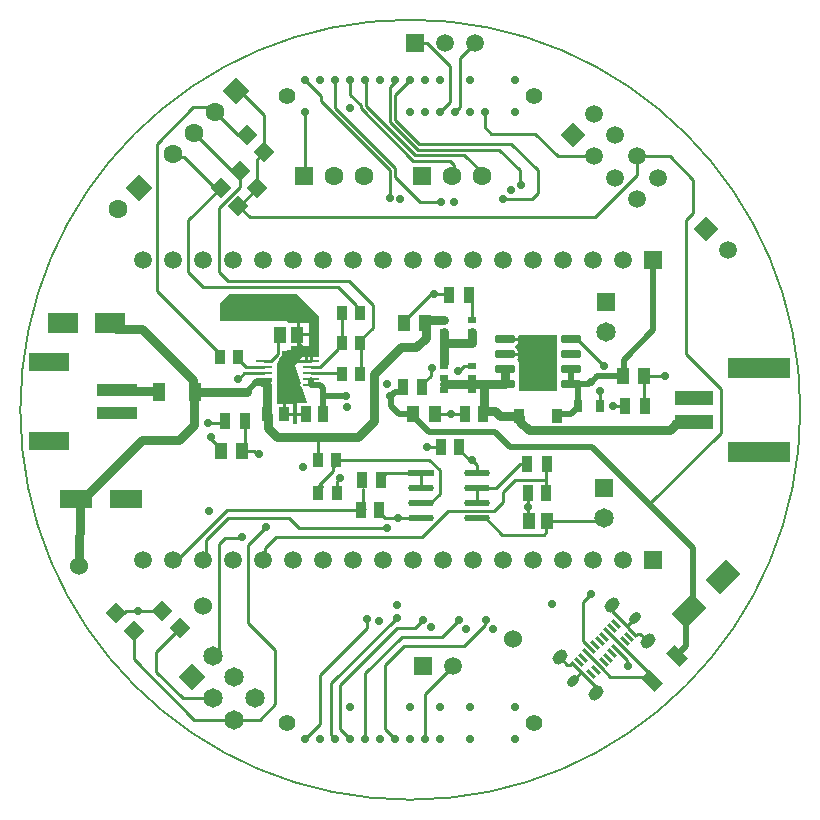
<source format=gtl>
G04*
G04 #@! TF.GenerationSoftware,Altium Limited,Altium Designer,22.3.1 (43)*
G04*
G04 Layer_Physical_Order=1*
G04 Layer_Color=255*
%FSLAX25Y25*%
%MOIN*%
G70*
G04*
G04 #@! TF.SameCoordinates,40EC2BD7-1702-4D78-AAFC-A13D33BD6AE8*
G04*
G04*
G04 #@! TF.FilePolarity,Positive*
G04*
G01*
G75*
%ADD14C,0.01000*%
%ADD15C,0.00700*%
%ADD16C,0.00500*%
G04:AMPARAMS|DCode=19|XSize=39.37mil|YSize=62.99mil|CornerRadius=0mil|HoleSize=0mil|Usage=FLASHONLY|Rotation=45.000|XOffset=0mil|YOffset=0mil|HoleType=Round|Shape=Rectangle|*
%AMROTATEDRECTD19*
4,1,4,0.00835,-0.03619,-0.03619,0.00835,-0.00835,0.03619,0.03619,-0.00835,0.00835,-0.03619,0.0*
%
%ADD19ROTATEDRECTD19*%

%ADD20R,0.03937X0.06299*%
%ADD22R,0.20866X0.06693*%
%ADD23R,0.12598X0.04724*%
%ADD26R,0.03740X0.05315*%
%ADD27R,0.08540X0.02292*%
G04:AMPARAMS|DCode=28|XSize=85.4mil|YSize=22.92mil|CornerRadius=11.46mil|HoleSize=0mil|Usage=FLASHONLY|Rotation=0.000|XOffset=0mil|YOffset=0mil|HoleType=Round|Shape=RoundedRectangle|*
%AMROUNDEDRECTD28*
21,1,0.08540,0.00000,0,0,0.0*
21,1,0.06248,0.02292,0,0,0.0*
1,1,0.02292,0.03124,0.00000*
1,1,0.02292,-0.03124,0.00000*
1,1,0.02292,-0.03124,0.00000*
1,1,0.02292,0.03124,0.00000*
%
%ADD28ROUNDEDRECTD28*%
%ADD30R,0.02800X0.02000*%
%ADD31R,0.02800X0.02000*%
%ADD32R,0.02800X0.02000*%
%ADD33R,0.03600X0.04800*%
%ADD35R,0.03150X0.04134*%
%ADD36R,0.11024X0.06299*%
G04:AMPARAMS|DCode=37|XSize=11.81mil|YSize=37.4mil|CornerRadius=0mil|HoleSize=0mil|Usage=FLASHONLY|Rotation=225.000|XOffset=0mil|YOffset=0mil|HoleType=Round|Shape=Rectangle|*
%AMROTATEDRECTD37*
4,1,4,-0.00905,0.01740,0.01740,-0.00905,0.00905,-0.01740,-0.01740,0.00905,-0.00905,0.01740,0.0*
%
%ADD37ROTATEDRECTD37*%

%ADD38R,0.09843X0.06693*%
G04:AMPARAMS|DCode=39|XSize=98.43mil|YSize=66.93mil|CornerRadius=0mil|HoleSize=0mil|Usage=FLASHONLY|Rotation=45.000|XOffset=0mil|YOffset=0mil|HoleType=Round|Shape=Rectangle|*
%AMROTATEDRECTD39*
4,1,4,-0.01114,-0.05846,-0.05846,-0.01114,0.01114,0.05846,0.05846,0.01114,-0.01114,-0.05846,0.0*
%
%ADD39ROTATEDRECTD39*%

%ADD40R,0.03771X0.04969*%
G04:AMPARAMS|DCode=51|XSize=55.12mil|YSize=39.37mil|CornerRadius=19.68mil|HoleSize=0mil|Usage=FLASHONLY|Rotation=225.000|XOffset=0mil|YOffset=0mil|HoleType=Round|Shape=RoundedRectangle|*
%AMROUNDEDRECTD51*
21,1,0.05512,0.00000,0,0,225.0*
21,1,0.01575,0.03937,0,0,225.0*
1,1,0.03937,-0.00557,-0.00557*
1,1,0.03937,0.00557,0.00557*
1,1,0.03937,0.00557,0.00557*
1,1,0.03937,-0.00557,-0.00557*
%
%ADD51ROUNDEDRECTD51*%
G04:AMPARAMS|DCode=52|XSize=45.28mil|YSize=29.53mil|CornerRadius=14.76mil|HoleSize=0mil|Usage=FLASHONLY|Rotation=225.000|XOffset=0mil|YOffset=0mil|HoleType=Round|Shape=RoundedRectangle|*
%AMROUNDEDRECTD52*
21,1,0.04528,0.00000,0,0,225.0*
21,1,0.01575,0.02953,0,0,225.0*
1,1,0.02953,-0.00557,-0.00557*
1,1,0.02953,0.00557,0.00557*
1,1,0.02953,0.00557,0.00557*
1,1,0.02953,-0.00557,-0.00557*
%
%ADD52ROUNDEDRECTD52*%
%ADD58R,0.13386X0.05906*%
%ADD59R,0.13780X0.03937*%
%ADD60R,0.03937X0.05315*%
%ADD61R,0.03347X0.05315*%
%ADD62R,0.03543X0.05118*%
%ADD63P,0.06681X4X180.0*%
G04:AMPARAMS|DCode=64|XSize=25.59mil|YSize=64.96mil|CornerRadius=1.92mil|HoleSize=0mil|Usage=FLASHONLY|Rotation=90.000|XOffset=0mil|YOffset=0mil|HoleType=Round|Shape=RoundedRectangle|*
%AMROUNDEDRECTD64*
21,1,0.02559,0.06112,0,0,90.0*
21,1,0.02175,0.06496,0,0,90.0*
1,1,0.00384,0.03056,0.01088*
1,1,0.00384,0.03056,-0.01088*
1,1,0.00384,-0.03056,-0.01088*
1,1,0.00384,-0.03056,0.01088*
%
%ADD64ROUNDEDRECTD64*%
%ADD65O,0.05709X0.00984*%
%ADD66C,0.02000*%
%ADD67C,0.03000*%
%ADD68C,0.06496*%
%ADD69R,0.06496X0.06496*%
%ADD70C,0.06000*%
%ADD71P,0.08908X4X270.0*%
%ADD72C,0.06299*%
%ADD73R,0.06299X0.06299*%
%ADD74C,0.05984*%
%ADD75P,0.08463X4X360.0*%
%ADD76R,0.05984X0.05984*%
%ADD77P,0.09187X4X360.0*%
%ADD78P,0.08352X4X360.0*%
%ADD79C,0.05906*%
%ADD80C,0.05512*%
%ADD81C,0.02800*%
G36*
X716033Y474058D02*
Y460581D01*
X715798Y460388D01*
X713936D01*
Y458867D01*
X712935D01*
Y460388D01*
X711073D01*
X710491Y460272D01*
X709998Y459942D01*
X709668Y459449D01*
X709584Y459028D01*
X709336D01*
X707979Y457670D01*
X709903Y451567D01*
X709856Y451497D01*
X709756Y450993D01*
X709856Y450488D01*
X710142Y450061D01*
X710441Y449861D01*
X711877Y445305D01*
X711582Y444902D01*
X708672D01*
Y441744D01*
X711542D01*
Y440744D01*
X708672D01*
Y437872D01*
X707212D01*
Y440744D01*
X704327D01*
Y441244D01*
X703827D01*
Y444729D01*
X701920D01*
Y458124D01*
X702381D01*
X702968Y460122D01*
X703254Y460409D01*
X703541Y460839D01*
X703642Y461346D01*
Y462358D01*
X706528Y462646D01*
Y463898D01*
X708739D01*
Y467753D01*
Y471607D01*
X705976D01*
X705976Y471607D01*
Y471607D01*
X705640Y471942D01*
X705234Y472348D01*
X682900D01*
Y478301D01*
X686027Y481427D01*
X708664D01*
X716033Y474058D01*
D02*
G37*
G36*
X795309Y467540D02*
Y448783D01*
X782711D01*
Y458625D01*
X782262Y459074D01*
X782067Y459573D01*
X782159Y460038D01*
Y460625D01*
X777888D01*
Y461625D01*
X782159D01*
Y462213D01*
X782067Y462678D01*
X781803Y463072D01*
X781409Y463336D01*
X781235Y463370D01*
Y463880D01*
X781409Y463915D01*
X781803Y464178D01*
X782067Y464573D01*
X782159Y465038D01*
Y465625D01*
X777888D01*
Y466625D01*
X782159D01*
Y467213D01*
X782153Y467246D01*
X782564Y467739D01*
X795309Y467540D01*
D02*
G37*
%LPC*%
G36*
X712503Y471607D02*
X709739D01*
Y468253D01*
X712503D01*
Y471607D01*
D02*
G37*
G36*
Y467253D02*
X709739D01*
Y463898D01*
X712503D01*
Y467253D01*
D02*
G37*
G36*
X707212Y444729D02*
X704827D01*
Y441744D01*
X707212D01*
Y444729D01*
D02*
G37*
%LPD*%
D14*
X726400Y547595D02*
X729884Y544110D01*
X747355Y525762D02*
X759478D01*
X729884Y543232D02*
Y544110D01*
X726400Y547595D02*
Y552579D01*
X721400Y543211D02*
X741400Y523211D01*
X716556Y545510D02*
X739600Y522465D01*
X741400Y520383D02*
Y523211D01*
X739600Y513312D02*
Y522465D01*
X716556Y545510D02*
Y547419D01*
X721400Y543211D02*
Y552574D01*
X802100Y466125D02*
X810825Y457401D01*
X800132Y466125D02*
X802100D01*
X809552Y444081D02*
Y448783D01*
X688400Y549100D02*
X689663D01*
X697754Y541010D01*
Y528494D02*
Y541010D01*
Y528494D02*
Y528494D01*
X678946Y438415D02*
X684195D01*
X826121Y411120D02*
X850027Y435026D01*
Y449550D01*
X669634Y369779D02*
Y369779D01*
X661756Y361900D02*
X669634Y369779D01*
X661756Y355306D02*
Y361900D01*
Y355306D02*
X670574Y346487D01*
X687650Y339416D02*
X696424D01*
X674210D02*
X687650D01*
X654162Y359464D02*
Y367701D01*
X655763Y375487D02*
X662580D01*
X680579Y360630D02*
X682571Y362621D01*
X670574Y346487D02*
X680579D01*
X654162Y359464D02*
X674210Y339416D01*
X696424D02*
X701464Y344457D01*
Y362476D01*
X692393Y371547D02*
X701464Y362476D01*
X682508Y488553D02*
X685567Y485494D01*
X725949D01*
X672441Y488575D02*
X677322Y483694D01*
X725949Y485494D02*
X733873Y477570D01*
X722384Y483694D02*
X728335Y477743D01*
X677322Y483694D02*
X722384D01*
X766536Y426144D02*
X766880Y425800D01*
X765873Y426144D02*
X766536D01*
X766880Y425800D02*
X766925D01*
X762605Y429412D02*
X765873Y426144D01*
X766925Y425800D02*
X768563Y424162D01*
Y421516D02*
Y424162D01*
X809508Y444038D02*
X809552Y444081D01*
X679937Y433089D02*
X683296Y429730D01*
Y429041D02*
Y429730D01*
X679937Y433089D02*
Y433566D01*
X721877Y418658D02*
X723058Y419839D01*
X721877Y415100D02*
Y418658D01*
X685276Y409298D02*
X730105D01*
X668679Y392700D02*
X685276Y409298D01*
X667400Y392700D02*
X668679D01*
X678200Y399149D02*
X685677Y406626D01*
X678200Y393500D02*
Y399149D01*
X685677Y406626D02*
X706010D01*
X709269Y403368D02*
X738569D01*
X706010Y406626D02*
X709269Y403368D01*
X738004Y406516D02*
X749952D01*
X736010Y408510D02*
X738004Y406516D01*
X824632Y454021D02*
X831380D01*
X824412Y453800D02*
X824632Y454021D01*
X750443Y451154D02*
X753254Y453965D01*
Y456114D01*
X750443Y450170D02*
Y451154D01*
X753254Y456114D02*
X753599Y456458D01*
X672441Y488575D02*
Y505828D01*
X683162Y516548D02*
Y516548D01*
X672441Y505828D02*
X683162Y516548D01*
X661899Y482241D02*
Y531417D01*
X674067Y543585D01*
X689490Y517031D02*
Y522622D01*
X682508Y510049D02*
X689490Y517031D01*
X682508Y488553D02*
Y510049D01*
X670923Y527047D02*
X681422Y516548D01*
X683162D01*
X681329Y542029D02*
X689018Y534340D01*
X691908D01*
X674258Y534958D02*
X686821Y522395D01*
X689490D01*
X668026Y527047D02*
X670923D01*
X667187Y527887D02*
X668026Y527047D01*
X777400Y415274D02*
X781458Y419332D01*
X774450Y409070D02*
X777400Y412021D01*
Y415274D01*
X759089Y409070D02*
X774450D01*
X750281Y400262D02*
X759089Y409070D01*
X785741Y405682D02*
X785929Y405495D01*
X785741Y405682D02*
Y410265D01*
X785712Y410295D02*
X785741Y410265D01*
X785712Y410295D02*
Y415099D01*
X781458Y419332D02*
X791342D01*
X785305Y424519D02*
X785450Y424664D01*
X768563Y416516D02*
X774859D01*
X782862Y424519D02*
X785305D01*
X774859Y416516D02*
X782862Y424519D01*
X791342Y419332D02*
X791617Y419057D01*
Y419057D02*
Y424335D01*
Y418693D02*
Y419057D01*
Y424335D02*
X791946Y424664D01*
X791617Y415099D02*
Y418693D01*
X751928Y430156D02*
X756656D01*
X756700Y430199D01*
X677400Y392700D02*
X678200Y393500D01*
X684490Y399996D02*
X690050D01*
X682571Y362621D02*
Y398078D01*
X684490Y399996D01*
X689067Y459600D02*
X691770Y456898D01*
X697491D01*
X689067Y459600D02*
Y460388D01*
X689008Y510702D02*
X689490D01*
X689008D02*
X689008D01*
X692835Y506875D01*
X807835D01*
X821840Y520879D01*
Y527128D01*
X759743Y545169D02*
Y557145D01*
X761400Y541928D02*
X763058Y543585D01*
X751964Y564924D02*
X759743Y557145D01*
X763058Y543585D02*
Y560000D01*
X768057Y565000D01*
X695336Y516548D02*
Y526077D01*
X697754Y528494D01*
X689490Y510702D02*
X695336Y516548D01*
X838348Y461230D02*
X850027Y449550D01*
X838348Y461230D02*
Y505785D01*
X840711Y508148D02*
Y519264D01*
X838348Y505785D02*
X840711Y508148D01*
X832846Y527128D02*
X840711Y519264D01*
X821840Y527128D02*
X832846D01*
X736010Y408510D02*
Y409298D01*
X690050Y399996D02*
X690394Y400341D01*
X692393Y397654D02*
X698265Y403526D01*
X692393Y371547D02*
Y397654D01*
X716400Y354212D02*
X732065Y369878D01*
X711400Y332826D02*
X716400Y337826D01*
Y354212D01*
X753901Y480890D02*
X754245Y481234D01*
X752856Y480890D02*
X753901D01*
X744373Y472406D02*
X752856Y480890D01*
X723058Y336169D02*
Y350988D01*
X719943Y351473D02*
X741900Y373430D01*
X723058Y350988D02*
X742098Y370028D01*
X719943Y334312D02*
Y351473D01*
X723058Y336169D02*
X726400Y332826D01*
X715549Y433037D02*
X716079Y433566D01*
X715549Y425800D02*
Y433037D01*
X762605Y429412D02*
Y430199D01*
X813844Y443975D02*
X817879D01*
X818014Y443841D01*
X701675Y400262D02*
X750281D01*
X697933Y396520D02*
X701675Y400262D01*
X697400Y392700D02*
X697933Y393233D01*
Y396520D01*
X790851Y401045D02*
X791729Y401923D01*
X777070Y401045D02*
X790851D01*
X771598Y406516D02*
X777070Y401045D01*
X768563Y406516D02*
X771598D01*
X791729Y405389D02*
X791834Y405495D01*
X791729Y401923D02*
Y405389D01*
X730665Y410107D02*
X731187Y409585D01*
X730625Y409298D02*
Y416119D01*
X736647Y420218D02*
X737820Y421391D01*
X738406Y421575D02*
X749893D01*
X736647Y419233D02*
Y420218D01*
X737820Y421391D02*
X738222D01*
X738406Y421575D01*
X749952Y416516D02*
Y421516D01*
X720686Y423741D02*
X721609Y424664D01*
X721652D01*
X715982Y417622D02*
X720686Y422327D01*
X721652Y424664D02*
Y425800D01*
X720686Y422327D02*
Y423741D01*
X716033Y416605D02*
X716587Y417159D01*
X715774Y416605D02*
X716033D01*
X716233Y414741D02*
Y415458D01*
X716567Y416679D02*
X717046Y417159D01*
X715774Y415100D02*
Y416605D01*
X716567Y414548D02*
Y416679D01*
X716492Y416605D02*
X716567Y416679D01*
X716033Y416605D02*
X716492D01*
X721762Y424664D02*
X723033Y425936D01*
X728335Y475751D02*
X729802Y474284D01*
X728335Y475751D02*
Y477743D01*
X690382Y429041D02*
X694356D01*
X695388Y428010D02*
X695875D01*
X694356Y429041D02*
X695388Y428010D01*
X768563Y411516D02*
Y416516D01*
X791834Y405495D02*
X808219D01*
X809365Y406640D01*
X810852D01*
X756190Y414631D02*
Y422532D01*
X753076Y411516D02*
X756190Y414631D01*
X752787Y425936D02*
X756190Y422532D01*
X749952Y411516D02*
X753076D01*
X723033Y425936D02*
X752787D01*
X824412Y443939D02*
Y453800D01*
Y443939D02*
X824510Y443841D01*
X691116Y430557D02*
X691231Y430672D01*
Y438955D01*
X750322Y450048D02*
X750443Y450170D01*
X764219Y457232D02*
X766888D01*
X762288Y455481D02*
X762469D01*
X764219Y457232D01*
X766888Y472648D02*
Y479811D01*
X765930Y480769D02*
X766888Y479811D01*
X744373Y471717D02*
Y472406D01*
X754245Y481234D02*
X758969D01*
X759434Y480769D01*
X713435Y454930D02*
X722593D01*
X723699Y456036D01*
X723649Y465036D02*
Y474233D01*
X723699Y474284D01*
X713443Y456906D02*
X716371D01*
X722377Y462912D01*
X713435Y456898D02*
X713443Y456906D01*
X722377Y462912D02*
Y463764D01*
X723649Y465036D01*
X674067Y543585D02*
X682669D01*
X711400Y518763D02*
Y541826D01*
X749783Y512001D02*
X756700D01*
X741400Y520383D02*
X749783Y512001D01*
X731400Y552574D02*
X731684Y552290D01*
X748101Y527562D02*
X764443D01*
X731684Y543978D02*
Y552290D01*
Y543978D02*
X748101Y527562D01*
X729884Y543232D02*
X747355Y525762D01*
X748846Y529362D02*
X776044D01*
X782943Y518025D02*
X783270Y517697D01*
X739600Y538608D02*
X748846Y529362D01*
X782943Y518025D02*
Y522463D01*
X777400Y512986D02*
X786932D01*
X776044Y529362D02*
X782943Y522463D01*
X786932Y512986D02*
X788872Y514926D01*
X754502Y441183D02*
X754502Y441184D01*
X763257D01*
X763459Y441385D01*
Y443139D01*
X788872Y514926D02*
Y522586D01*
X780041Y531417D02*
X788872Y522586D01*
X739600Y550287D02*
X741400Y552087D01*
Y552574D01*
X739600Y538608D02*
Y550287D01*
X741400Y332826D02*
Y332855D01*
X738058Y336198D02*
X741400Y332855D01*
X764343Y364100D02*
X771216Y370972D01*
Y372171D01*
X771561Y372516D01*
X744447Y364100D02*
X764343D01*
X738058Y357710D02*
X744447Y364100D01*
X738058Y336198D02*
Y357710D01*
X760965Y521290D02*
Y524274D01*
X759478Y525762D02*
X760965Y524274D01*
X749337Y531417D02*
X780041D01*
X741400Y539354D02*
X749337Y531417D01*
X764443Y527562D02*
X772494Y519511D01*
X773419Y534755D02*
X788066D01*
X795693Y527128D01*
X771400Y536774D02*
X773419Y534755D01*
X739496Y513207D02*
X739600Y513312D01*
X711400Y552574D02*
X716556Y547419D01*
X818586Y370517D02*
X820688Y368415D01*
X816484Y372619D02*
X818586Y370517D01*
X821370Y373301D01*
X821720Y367510D02*
X822169Y367958D01*
X823093D01*
X825545Y365506D01*
X820688Y368415D02*
X821592Y367510D01*
X821720D01*
X813575Y375656D02*
X816548Y372683D01*
X813575Y375656D02*
Y377477D01*
X803274Y355205D02*
X805376Y353104D01*
X801173Y357307D02*
X803274Y355205D01*
X800490Y352422D02*
X803274Y355205D01*
X805376Y353104D02*
X808280Y350200D01*
Y348251D02*
Y350200D01*
Y348251D02*
X808285Y348246D01*
X800140Y358212D02*
X800268D01*
X796315Y360216D02*
X798767Y357764D01*
X799691D01*
X800140Y358212D01*
X800268D02*
X801173Y357307D01*
X732065Y369878D02*
Y373075D01*
X741400Y539354D02*
Y547574D01*
X648038Y374169D02*
Y375074D01*
X648316Y374791D02*
X650950D01*
X651646Y375487D02*
X655763D01*
X650950Y374791D02*
X651646Y375487D01*
X684195Y438415D02*
X684735Y438955D01*
X803956Y365659D02*
X806740Y362875D01*
X803956Y365659D02*
Y378441D01*
X806630Y381114D01*
X818631Y357624D02*
X818976Y357279D01*
X815120Y362847D02*
X818631Y359336D01*
Y357624D02*
Y359336D01*
X809552Y357279D02*
X813076Y353755D01*
X826102D01*
X816512Y364239D02*
X827216Y353535D01*
X686400Y392700D02*
X687354Y393654D01*
X733873Y469945D02*
Y477570D01*
X729751Y465823D02*
X733873Y469945D01*
X729751Y465036D02*
X729802Y464985D01*
Y456036D02*
Y464985D01*
X729751Y465036D02*
Y465823D01*
X682965Y460388D02*
Y461175D01*
X661899Y482241D02*
X682965Y461175D01*
X826102Y353755D02*
X827216Y352642D01*
X809552Y357279D02*
X809552D01*
X805348Y361483D02*
X809552Y357279D01*
X827216Y352642D02*
Y353535D01*
X812308Y368443D02*
X816512Y364239D01*
Y364239D02*
Y364239D01*
X748134Y564924D02*
X751964D01*
X748058Y565000D02*
X748134Y564924D01*
X756400Y541826D02*
X759743Y545169D01*
X719943Y334312D02*
X721400Y332855D01*
Y332826D02*
Y332855D01*
X795693Y527128D02*
X807697D01*
X757001Y367023D02*
X762494Y372516D01*
X742098Y370028D02*
X747900D01*
X750574Y372702D01*
X731400Y354814D02*
X743609Y367023D01*
X757001D01*
X731400Y332826D02*
Y354814D01*
X711581Y458867D02*
X713435D01*
X707924D02*
X711581D01*
X707763Y459028D02*
X707924Y458867D01*
X688899Y453012D02*
X689165D01*
X691082Y454930D02*
X697491D01*
X689165Y453012D02*
X691082Y454930D01*
X709206Y467720D02*
X709239Y467753D01*
X709206Y464601D02*
Y467720D01*
X702317Y461346D02*
Y467753D01*
X697491Y458867D02*
X699837D01*
X702317Y461346D01*
X711573Y458874D02*
X711581Y458867D01*
X711573Y458874D02*
Y462234D01*
X709206Y464601D02*
X711573Y462234D01*
X751400Y348020D02*
X760660Y357279D01*
X751400Y332826D02*
Y348020D01*
X741400Y547574D02*
X746400Y552574D01*
X771400Y536774D02*
Y541826D01*
D15*
X783510Y460624D02*
Y458125D01*
X784010Y457625D01*
X785009D01*
X785509Y458125D01*
Y460624D01*
X786509Y457625D02*
X787509D01*
X787009D01*
Y460624D01*
X786509Y460124D01*
D16*
X876400Y442700D02*
G03*
X876400Y442700I-130000J0D01*
G01*
D19*
X835289Y360715D02*
D03*
X826937Y352363D02*
D03*
D20*
X662710Y448702D02*
D03*
X674520D02*
D03*
D22*
X862523Y428724D02*
D03*
Y456676D02*
D03*
D23*
X840948Y438763D02*
D03*
Y446637D02*
D03*
D26*
X730105Y409298D02*
D03*
X736010D02*
D03*
X791617Y415099D02*
D03*
X785712Y415099D02*
D03*
X762605Y430199D02*
D03*
X756700D02*
D03*
X764627Y441183D02*
D03*
X770533D02*
D03*
X717448Y441244D02*
D03*
X711542D02*
D03*
D27*
X749952Y421516D02*
D03*
D28*
Y416516D02*
D03*
Y411516D02*
D03*
Y406516D02*
D03*
X768563D02*
D03*
Y411516D02*
D03*
Y416516D02*
D03*
Y421516D02*
D03*
D30*
X766888Y472648D02*
D03*
Y468748D02*
D03*
Y457232D02*
D03*
Y453332D02*
D03*
D31*
Y464848D02*
D03*
Y449432D02*
D03*
D32*
X757688Y468748D02*
D03*
Y464848D02*
D03*
Y472648D02*
D03*
Y449432D02*
D03*
Y453332D02*
D03*
Y457232D02*
D03*
D33*
X795460Y440490D02*
D03*
X782560D02*
D03*
D35*
X802225Y444038D02*
D03*
X809508D02*
D03*
D36*
X651800Y412943D02*
D03*
X634871D02*
D03*
D37*
X820688Y368415D02*
D03*
X819296Y367023D02*
D03*
X817904Y365631D02*
D03*
X816512Y364239D02*
D03*
X815120Y362847D02*
D03*
X813728Y361455D02*
D03*
X812336Y360063D02*
D03*
X810944Y358671D02*
D03*
X809552Y357279D02*
D03*
X808160Y355888D02*
D03*
X806768Y354496D02*
D03*
X805376Y353104D02*
D03*
X801173Y357307D02*
D03*
X802565Y358699D02*
D03*
X803956Y360091D02*
D03*
X805348Y361483D02*
D03*
X806740Y362875D02*
D03*
X808132Y364267D02*
D03*
X809524Y365659D02*
D03*
X810916Y367051D02*
D03*
X812308Y368443D02*
D03*
X813700Y369835D02*
D03*
X815092Y371227D02*
D03*
X816484Y372619D02*
D03*
D38*
X646447Y471607D02*
D03*
X630699D02*
D03*
D39*
X850600Y386791D02*
D03*
X839465Y375656D02*
D03*
D40*
X698601Y441244D02*
D03*
X704327D02*
D03*
D51*
X825545Y365506D02*
D03*
X813575Y377477D02*
D03*
X808285Y348246D02*
D03*
X796315Y360216D02*
D03*
D52*
X821370Y373301D02*
D03*
X800490Y352422D02*
D03*
D58*
X625845Y432287D02*
D03*
Y458665D02*
D03*
D59*
X648483Y441539D02*
D03*
Y449413D02*
D03*
D60*
X708747Y467753D02*
D03*
X702842D02*
D03*
X791834Y405495D02*
D03*
X785929D02*
D03*
X754502Y441183D02*
D03*
X747415D02*
D03*
X744373Y471717D02*
D03*
X751460D02*
D03*
X690382Y429041D02*
D03*
X824412Y453800D02*
D03*
X683296Y429041D02*
D03*
X817325Y453800D02*
D03*
D61*
X759434Y480769D02*
D03*
X765930D02*
D03*
X750443Y450170D02*
D03*
X743947D02*
D03*
X730150Y419233D02*
D03*
X736647D02*
D03*
X791946Y424664D02*
D03*
X785450D02*
D03*
X824510Y443841D02*
D03*
X818014D02*
D03*
X691231Y438955D02*
D03*
X684735D02*
D03*
D62*
X689067Y460388D02*
D03*
X682965D02*
D03*
X721652Y425800D02*
D03*
X721877Y415100D02*
D03*
X715549Y425800D02*
D03*
X715774Y415100D02*
D03*
X729607Y475071D02*
D03*
X723504D02*
D03*
X729607Y454694D02*
D03*
X723504D02*
D03*
X729751Y465036D02*
D03*
X723649D02*
D03*
D63*
X697754Y528494D02*
D03*
X691908Y534340D02*
D03*
X683162Y516548D02*
D03*
X689008Y510702D02*
D03*
X695336Y516548D02*
D03*
X689490Y522395D02*
D03*
X648316Y374791D02*
D03*
X654162Y368945D02*
D03*
X663788Y375625D02*
D03*
X669634Y369779D02*
D03*
D64*
X800132Y451125D02*
D03*
Y456125D02*
D03*
Y461125D02*
D03*
X777888D02*
D03*
Y466125D02*
D03*
X800132D02*
D03*
X777888Y456125D02*
D03*
Y451125D02*
D03*
D65*
X713435Y450993D02*
D03*
Y452961D02*
D03*
X713435Y454930D02*
D03*
Y456898D02*
D03*
X713435Y458867D02*
D03*
X697491Y450993D02*
D03*
Y452961D02*
D03*
X697491Y454930D02*
D03*
Y456898D02*
D03*
X697491Y458867D02*
D03*
D66*
X808670Y453800D02*
X817325D01*
X806847Y451977D02*
X808670Y453800D01*
X801660Y451125D02*
X801939Y451405D01*
X805842D02*
X806413Y451977D01*
X806847D01*
X801939Y451405D02*
X805842D01*
X826121Y411120D02*
X840509Y396732D01*
X807041Y430199D02*
X826121Y411120D01*
X717448Y441244D02*
Y447286D01*
X717504Y447229D02*
X724943D01*
X717448Y447286D02*
X717504Y447229D01*
X717448Y447286D02*
Y449821D01*
X835011Y360437D02*
X838351Y363777D01*
Y374542D01*
X827400Y469225D02*
Y492700D01*
X817545Y459370D02*
X827400Y469225D01*
X739743Y447187D02*
X739896Y447034D01*
Y443922D02*
X741682Y442136D01*
X742634Y441183D01*
X739896Y443922D02*
Y447034D01*
X742634Y441183D02*
X747415D01*
X741284Y448513D02*
X743274D01*
X739959Y447187D02*
X741284Y448513D01*
X743947Y449186D02*
Y450170D01*
X743274Y448513D02*
X743947Y449186D01*
X739743Y447187D02*
X739959D01*
X697491Y452137D02*
X698537D01*
X699344D01*
X752662Y435145D02*
X774793D01*
X747884Y439923D02*
X752662Y435145D01*
X774793D02*
X779676Y430262D01*
X817545Y454021D02*
Y459370D01*
X817325Y453800D02*
X817545Y454021D01*
X713435Y450993D02*
X716276D01*
X717448Y449821D01*
X779676Y430262D02*
X806477D01*
X746447Y442614D02*
X747415Y441646D01*
X840509Y379450D02*
Y396732D01*
X838351Y374542D02*
X840578Y376769D01*
X840509Y379450D02*
X840578Y379381D01*
Y376769D02*
Y379381D01*
X747415Y441183D02*
X747884Y440715D01*
Y439923D02*
Y440715D01*
X747415Y441646D02*
Y442614D01*
Y441183D02*
Y441646D01*
X713435Y450993D02*
Y452630D01*
X835011Y360437D02*
Y360437D01*
X800132Y451125D02*
X801660D01*
X800132D02*
Y456125D01*
X802225Y444038D02*
Y450560D01*
X801660Y451125D02*
X802225Y450560D01*
Y443546D02*
Y444038D01*
X795460Y440490D02*
Y441090D01*
X795760Y441390D01*
X800069D01*
X802225Y443546D01*
X698537Y452137D02*
X699344D01*
X695336D02*
X697491D01*
X699344D02*
X699361Y452121D01*
X691901Y448702D02*
X695336Y452137D01*
D67*
X662748Y449058D02*
X663103Y448702D01*
X648838Y449058D02*
X662748D01*
X648483Y449413D02*
X648838Y449058D01*
X674052Y449171D02*
X674520Y448702D01*
X657025Y469761D02*
X674052Y452734D01*
X648294Y469761D02*
X657025D01*
X674052Y449171D02*
Y452734D01*
X674210Y437594D02*
Y440744D01*
Y448702D01*
X646447Y471607D02*
X648294Y469761D01*
X674210Y448702D02*
X691901D01*
X669287Y432672D02*
X674210Y437594D01*
X656963Y432672D02*
X669287D01*
X729014Y433566D02*
X734431Y438983D01*
Y454656D02*
X743245Y463470D01*
X734431Y438983D02*
Y454656D01*
X751460Y471717D02*
X751512Y471665D01*
X743245Y463470D02*
X748306D01*
X751512Y466675D01*
Y471665D01*
X751460Y471717D02*
Y472180D01*
X757688Y458276D02*
Y464848D01*
X636100Y390600D02*
X636168Y411646D01*
X634871Y412943D02*
X636168Y411646D01*
X767144Y451125D02*
X771041D01*
X766888Y451381D02*
X767144Y451125D01*
X771045Y450790D02*
Y451121D01*
X771041Y451125D02*
X771045Y451121D01*
X757688Y451381D02*
X766888D01*
X771041Y451125D02*
X777888D01*
X771045Y442629D02*
Y450790D01*
X716079Y433566D02*
X729014D01*
X701950D02*
X716079D01*
X834666Y437547D02*
Y437901D01*
X835528Y438763D02*
X839465D01*
X834666Y437901D02*
X835528Y438763D01*
X832908Y435790D02*
X834666Y437547D01*
X785805Y435790D02*
X832908D01*
X782860Y438735D02*
Y440190D01*
X776260Y440490D02*
X782560D01*
X782860Y440190D01*
Y438735D02*
X785805Y435790D01*
X698601Y441244D02*
X698986Y440859D01*
X698537Y441308D02*
X698601Y441244D01*
X698986Y436530D02*
Y440859D01*
Y436530D02*
X701950Y433566D01*
X751460Y472180D02*
X751928Y472648D01*
X757688D01*
X777888Y451125D02*
Y456125D01*
X757688Y464848D02*
X766888D01*
X757688D02*
Y468748D01*
X766888Y464848D02*
Y468748D01*
X774491Y442259D02*
X776260Y440490D01*
X771416Y442259D02*
X774491D01*
X771045Y442629D02*
X771416Y442259D01*
X637233Y412943D02*
X656963Y432672D01*
X697300Y452028D02*
X698537Y450790D01*
X698601Y441086D02*
X698601Y441086D01*
X698537Y441308D02*
Y450790D01*
D68*
X811769Y468480D02*
D03*
X810852Y406640D02*
D03*
X694722Y346487D02*
D03*
X687650Y353558D02*
D03*
Y339416D02*
D03*
X680579Y346487D02*
D03*
Y360630D02*
D03*
D69*
X811769Y478480D02*
D03*
X810852Y416640D02*
D03*
D70*
X636100Y390600D02*
D03*
X677400Y377285D02*
D03*
X780646Y366174D02*
D03*
D71*
X656030Y516548D02*
D03*
X688400Y549100D02*
D03*
D72*
X648959Y509477D02*
D03*
X770197Y520495D02*
D03*
X760197D02*
D03*
X720932Y520481D02*
D03*
X730932D02*
D03*
X681329Y542029D02*
D03*
X674258Y534958D02*
D03*
X667187Y527887D02*
D03*
D73*
X750197Y520495D02*
D03*
X710932Y520481D02*
D03*
D74*
X697400Y392700D02*
D03*
X852171Y495929D02*
D03*
X667400Y392700D02*
D03*
X758057Y565000D02*
D03*
X768057D02*
D03*
X687400Y392700D02*
D03*
X707400D02*
D03*
X727400D02*
D03*
X747400D02*
D03*
X757400D02*
D03*
X777400D02*
D03*
X787400D02*
D03*
X797400D02*
D03*
X817400D02*
D03*
X807400D02*
D03*
X767400D02*
D03*
X737400D02*
D03*
X717400D02*
D03*
X677400D02*
D03*
X657400D02*
D03*
X760660Y357279D02*
D03*
X657400Y492700D02*
D03*
X667400D02*
D03*
X677400D02*
D03*
X717400D02*
D03*
X737400D02*
D03*
X767400D02*
D03*
X807400D02*
D03*
X817400D02*
D03*
X797400D02*
D03*
X787400D02*
D03*
X777400D02*
D03*
X757400D02*
D03*
X747400D02*
D03*
X727400D02*
D03*
X707400D02*
D03*
X697400D02*
D03*
X687400D02*
D03*
D75*
X845100Y503000D02*
D03*
D76*
X748058Y565000D02*
D03*
X827400Y392700D02*
D03*
X750660Y357279D02*
D03*
X827400Y492700D02*
D03*
D77*
X673508Y353558D02*
D03*
D78*
X800626Y534199D02*
D03*
D79*
X807697Y541270D02*
D03*
Y527128D02*
D03*
X814769Y534199D02*
D03*
Y520057D02*
D03*
X821840Y512986D02*
D03*
Y527128D02*
D03*
X828911Y520057D02*
D03*
D80*
X787652Y338200D02*
D03*
X705148Y338200D02*
D03*
Y547200D02*
D03*
X787652D02*
D03*
D81*
X726400Y543211D02*
D03*
X810825Y457401D02*
D03*
X806630Y451977D02*
D03*
X809552Y448783D02*
D03*
X643562Y441539D02*
D03*
X648483D02*
D03*
X653273D02*
D03*
X840948Y446637D02*
D03*
X836762D02*
D03*
X845100Y446695D02*
D03*
X759972Y441184D02*
D03*
X787242Y450840D02*
D03*
X792708D02*
D03*
X784604Y454360D02*
D03*
X787042Y458625D02*
D03*
X784765Y461625D02*
D03*
X766888Y464848D02*
D03*
X787242Y465242D02*
D03*
X789388Y454425D02*
D03*
X792354Y458625D02*
D03*
X789388Y461709D02*
D03*
X792887Y465242D02*
D03*
X783270Y517697D02*
D03*
X741400Y552574D02*
D03*
X679392Y408841D02*
D03*
X738569Y403368D02*
D03*
X766400Y552574D02*
D03*
X756400Y552574D02*
D03*
X751400Y552574D02*
D03*
X630699Y471607D02*
D03*
X762494Y372516D02*
D03*
X750574Y372702D02*
D03*
X741900Y373430D02*
D03*
X732065Y373075D02*
D03*
X707931Y478357D02*
D03*
X726400Y552579D02*
D03*
X736400Y552574D02*
D03*
X726400Y343574D02*
D03*
X685299Y475726D02*
D03*
X709991Y474284D02*
D03*
X705148Y475398D02*
D03*
X701920Y478665D02*
D03*
X698601Y475398D02*
D03*
X695000Y479028D02*
D03*
X691707Y475881D02*
D03*
X688700Y479028D02*
D03*
X710125Y446606D02*
D03*
X707736Y460495D02*
D03*
X703826Y446606D02*
D03*
X704106Y457238D02*
D03*
X688899Y453012D02*
D03*
X751400Y332826D02*
D03*
X781400Y332826D02*
D03*
Y343574D02*
D03*
X766400Y332826D02*
D03*
Y343574D02*
D03*
X756400Y332826D02*
D03*
Y343574D02*
D03*
X746400Y332826D02*
D03*
Y343574D02*
D03*
X736400Y332826D02*
D03*
X716400Y332826D02*
D03*
X731400D02*
D03*
X726400Y332826D02*
D03*
X721400Y332826D02*
D03*
X739743Y447187D02*
D03*
X724943Y447229D02*
D03*
X754245Y481234D02*
D03*
X704106Y451125D02*
D03*
X707400Y448827D02*
D03*
X706644Y453776D02*
D03*
X764943Y369611D02*
D03*
X774078Y369508D02*
D03*
X698265Y403526D02*
D03*
X690394Y400341D02*
D03*
X771045Y450790D02*
D03*
X751400Y541826D02*
D03*
X710491Y423540D02*
D03*
X751928Y430156D02*
D03*
X785741Y410265D02*
D03*
X813844Y443975D02*
D03*
X695875Y428010D02*
D03*
X753599Y456458D02*
D03*
X762288Y455481D02*
D03*
X777400Y512986D02*
D03*
X780041Y516086D02*
D03*
X766880Y425800D02*
D03*
X678946Y438415D02*
D03*
X781400Y552574D02*
D03*
Y541826D02*
D03*
X766400D02*
D03*
X761447Y541880D02*
D03*
X746400Y541826D02*
D03*
X756400Y541826D02*
D03*
X731400Y552574D02*
D03*
X721400Y552574D02*
D03*
X756700Y512001D02*
D03*
X741400Y332826D02*
D03*
X771561Y372516D02*
D03*
X743089Y512989D02*
D03*
X761072Y512101D02*
D03*
X739496Y513207D02*
D03*
X711400Y552574D02*
D03*
X716400D02*
D03*
X742098Y377715D02*
D03*
X735961Y372302D02*
D03*
X753255Y370211D02*
D03*
X655763Y375487D02*
D03*
X654162Y412943D02*
D03*
X649160D02*
D03*
X850600Y386791D02*
D03*
X806630Y381114D02*
D03*
X818976Y357279D02*
D03*
X793738Y377897D02*
D03*
X771400Y541826D02*
D03*
X711400Y541826D02*
D03*
X746400Y552574D02*
D03*
X711400Y332826D02*
D03*
X742244Y406516D02*
D03*
X831380Y454021D02*
D03*
X723058Y419839D02*
D03*
X725436Y443447D02*
D03*
X738698Y451322D02*
D03*
X679937Y433566D02*
D03*
M02*

</source>
